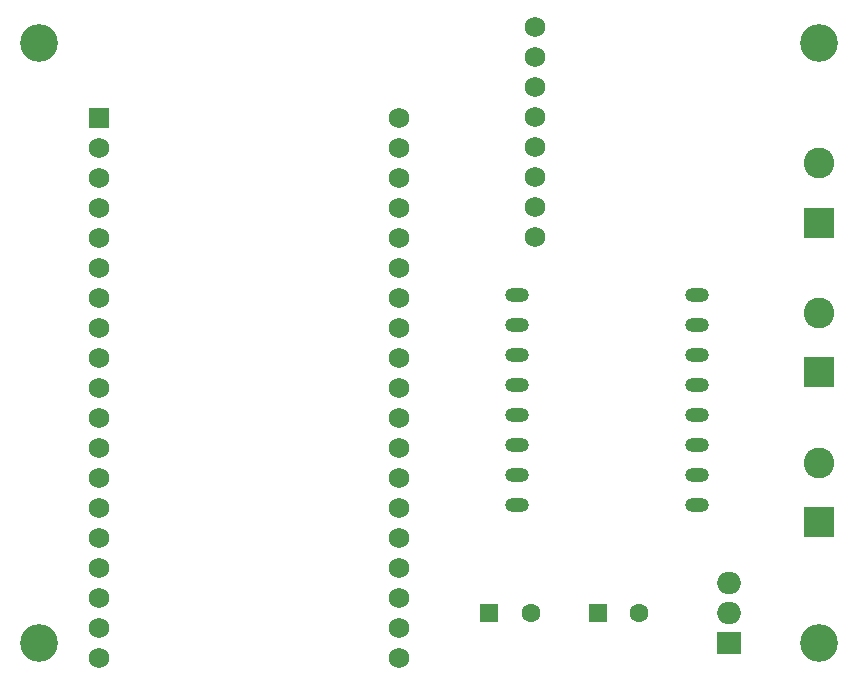
<source format=gbr>
%TF.GenerationSoftware,KiCad,Pcbnew,7.0.9*%
%TF.CreationDate,2024-04-18T13:08:04+02:00*%
%TF.ProjectId,Pendulo_Inverso,50656e64-756c-46f5-9f49-6e766572736f,rev?*%
%TF.SameCoordinates,Original*%
%TF.FileFunction,Soldermask,Top*%
%TF.FilePolarity,Negative*%
%FSLAX46Y46*%
G04 Gerber Fmt 4.6, Leading zero omitted, Abs format (unit mm)*
G04 Created by KiCad (PCBNEW 7.0.9) date 2024-04-18 13:08:04*
%MOMM*%
%LPD*%
G01*
G04 APERTURE LIST*
G04 Aperture macros list*
%AMRoundRect*
0 Rectangle with rounded corners*
0 $1 Rounding radius*
0 $2 $3 $4 $5 $6 $7 $8 $9 X,Y pos of 4 corners*
0 Add a 4 corners polygon primitive as box body*
4,1,4,$2,$3,$4,$5,$6,$7,$8,$9,$2,$3,0*
0 Add four circle primitives for the rounded corners*
1,1,$1+$1,$2,$3*
1,1,$1+$1,$4,$5*
1,1,$1+$1,$6,$7*
1,1,$1+$1,$8,$9*
0 Add four rect primitives between the rounded corners*
20,1,$1+$1,$2,$3,$4,$5,0*
20,1,$1+$1,$4,$5,$6,$7,0*
20,1,$1+$1,$6,$7,$8,$9,0*
20,1,$1+$1,$8,$9,$2,$3,0*%
G04 Aperture macros list end*
%ADD10RoundRect,0.102000X-0.765000X-0.765000X0.765000X-0.765000X0.765000X0.765000X-0.765000X0.765000X0*%
%ADD11C,1.734000*%
%ADD12C,3.200000*%
%ADD13O,2.000000X1.200000*%
%ADD14R,2.600000X2.600000*%
%ADD15C,2.600000*%
%ADD16R,2.000000X1.905000*%
%ADD17O,2.000000X1.905000*%
%ADD18R,1.600000X1.600000*%
%ADD19C,1.600000*%
G04 APERTURE END LIST*
D10*
%TO.C,U2*%
X119380000Y-87710000D03*
D11*
X119380000Y-90250000D03*
X119380000Y-92790000D03*
X119380000Y-95330000D03*
X119380000Y-97870000D03*
X119380000Y-100410000D03*
X119380000Y-102950000D03*
X119380000Y-105490000D03*
X119380000Y-108030000D03*
X119380000Y-110570000D03*
X119380000Y-113110000D03*
X119380000Y-115650000D03*
X119380000Y-118190000D03*
X119380000Y-120730000D03*
X119380000Y-123270000D03*
X119380000Y-125810000D03*
X119380000Y-128350000D03*
X119380000Y-130890000D03*
X119380000Y-133430000D03*
X144780000Y-133430000D03*
X144780000Y-130890000D03*
X144780000Y-128350000D03*
X144780000Y-125810000D03*
X144780000Y-123270000D03*
X144780000Y-120730000D03*
X144780000Y-118190000D03*
X144780000Y-115650000D03*
X144780000Y-113110000D03*
X144780000Y-110570000D03*
X144780000Y-108030000D03*
X144780000Y-105490000D03*
X144780000Y-102950000D03*
X144780000Y-100410000D03*
X144780000Y-97870000D03*
X144780000Y-95330000D03*
X144780000Y-92790000D03*
X144780000Y-90250000D03*
X144780000Y-87710000D03*
%TD*%
%TO.C,U4*%
X156273500Y-79946500D03*
X156273500Y-82486500D03*
X156273500Y-85026500D03*
X156273500Y-87566500D03*
X156273500Y-90106500D03*
X156273500Y-92646500D03*
X156273500Y-95186500D03*
X156273500Y-97726500D03*
%TD*%
D12*
%TO.C,REF\u002A\u002A*%
X114300000Y-132080000D03*
%TD*%
D13*
%TO.C,IC2*%
X169990000Y-120410000D03*
X169990000Y-117870000D03*
X169990000Y-115330000D03*
X169990000Y-112790000D03*
X169990000Y-110250000D03*
X169990000Y-107710000D03*
X169990000Y-105170000D03*
X169990000Y-102630000D03*
X154750000Y-102630000D03*
X154750000Y-105170000D03*
X154750000Y-107710000D03*
X154750000Y-110250000D03*
X154750000Y-112790000D03*
X154750000Y-115330000D03*
X154750000Y-117870000D03*
X154750000Y-120410000D03*
%TD*%
D14*
%TO.C,Pilas1*%
X180340000Y-121840000D03*
D15*
X180340000Y-116840000D03*
%TD*%
D12*
%TO.C,REF\u002A\u002A*%
X180340000Y-132080000D03*
%TD*%
D16*
%TO.C,U1*%
X172720000Y-132080000D03*
D17*
X172720000Y-129540000D03*
X172720000Y-127000000D03*
%TD*%
D18*
%TO.C,C3*%
X161600000Y-129540000D03*
D19*
X165100000Y-129540000D03*
%TD*%
D14*
%TO.C,Motor1*%
X180340000Y-109140000D03*
D15*
X180340000Y-104140000D03*
%TD*%
D12*
%TO.C,REF\u002A\u002A*%
X114300000Y-81280000D03*
%TD*%
D18*
%TO.C,C2*%
X152400000Y-129540000D03*
D19*
X155900000Y-129540000D03*
%TD*%
D14*
%TO.C,Motor2*%
X180340000Y-96520000D03*
D15*
X180340000Y-91520000D03*
%TD*%
D12*
%TO.C,REF\u002A\u002A*%
X180340000Y-81280000D03*
%TD*%
M02*

</source>
